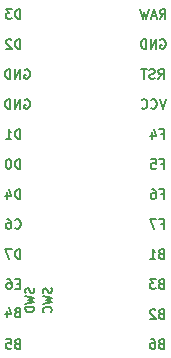
<source format=gbo>
%TF.GenerationSoftware,KiCad,Pcbnew,(5.1.9)-1*%
%TF.CreationDate,2021-01-02T15:49:45+08:00*%
%TF.ProjectId,akami,616b616d-692e-46b6-9963-61645f706362,rev?*%
%TF.SameCoordinates,Original*%
%TF.FileFunction,Legend,Bot*%
%TF.FilePolarity,Positive*%
%FSLAX46Y46*%
G04 Gerber Fmt 4.6, Leading zero omitted, Abs format (unit mm)*
G04 Created by KiCad (PCBNEW (5.1.9)-1) date 2021-01-02 15:49:45*
%MOMM*%
%LPD*%
G01*
G04 APERTURE LIST*
%ADD10C,0.130000*%
G04 APERTURE END LIST*
D10*
X-4376428Y-10482142D02*
X-4340714Y-10589285D01*
X-4340714Y-10767857D01*
X-4376428Y-10839285D01*
X-4412142Y-10875000D01*
X-4483571Y-10910714D01*
X-4555000Y-10910714D01*
X-4626428Y-10875000D01*
X-4662142Y-10839285D01*
X-4697857Y-10767857D01*
X-4733571Y-10625000D01*
X-4769285Y-10553571D01*
X-4805000Y-10517857D01*
X-4876428Y-10482142D01*
X-4947857Y-10482142D01*
X-5019285Y-10517857D01*
X-5055000Y-10553571D01*
X-5090714Y-10625000D01*
X-5090714Y-10803571D01*
X-5055000Y-10910714D01*
X-5090714Y-11160714D02*
X-4340714Y-11339285D01*
X-4876428Y-11482142D01*
X-4340714Y-11625000D01*
X-5090714Y-11803571D01*
X-4340714Y-12089285D02*
X-5090714Y-12089285D01*
X-5090714Y-12267857D01*
X-5055000Y-12375000D01*
X-4983571Y-12446428D01*
X-4912142Y-12482142D01*
X-4769285Y-12517857D01*
X-4662142Y-12517857D01*
X-4519285Y-12482142D01*
X-4447857Y-12446428D01*
X-4376428Y-12375000D01*
X-4340714Y-12267857D01*
X-4340714Y-12089285D01*
X-2866428Y-10482142D02*
X-2830714Y-10589285D01*
X-2830714Y-10767857D01*
X-2866428Y-10839285D01*
X-2902142Y-10875000D01*
X-2973571Y-10910714D01*
X-3045000Y-10910714D01*
X-3116428Y-10875000D01*
X-3152142Y-10839285D01*
X-3187857Y-10767857D01*
X-3223571Y-10625000D01*
X-3259285Y-10553571D01*
X-3295000Y-10517857D01*
X-3366428Y-10482142D01*
X-3437857Y-10482142D01*
X-3509285Y-10517857D01*
X-3545000Y-10553571D01*
X-3580714Y-10625000D01*
X-3580714Y-10803571D01*
X-3545000Y-10910714D01*
X-3580714Y-11160714D02*
X-2830714Y-11339285D01*
X-3366428Y-11482142D01*
X-2830714Y-11625000D01*
X-3580714Y-11803571D01*
X-2902142Y-12517857D02*
X-2866428Y-12482142D01*
X-2830714Y-12375000D01*
X-2830714Y-12303571D01*
X-2866428Y-12196428D01*
X-2937857Y-12125000D01*
X-3009285Y-12089285D01*
X-3152142Y-12053571D01*
X-3259285Y-12053571D01*
X-3402142Y-12089285D01*
X-3473571Y-12125000D01*
X-3545000Y-12196428D01*
X-3580714Y-12303571D01*
X-3580714Y-12375000D01*
X-3545000Y-12482142D01*
X-3509285Y-12517857D01*
%TO.C,U4*%
X-5140476Y5470000D02*
X-5064285Y5508095D01*
X-4950000Y5508095D01*
X-4835714Y5470000D01*
X-4759523Y5393809D01*
X-4721428Y5317619D01*
X-4683333Y5165238D01*
X-4683333Y5050952D01*
X-4721428Y4898571D01*
X-4759523Y4822380D01*
X-4835714Y4746190D01*
X-4950000Y4708095D01*
X-5026190Y4708095D01*
X-5140476Y4746190D01*
X-5178571Y4784285D01*
X-5178571Y5050952D01*
X-5026190Y5050952D01*
X-5521428Y4708095D02*
X-5521428Y5508095D01*
X-5978571Y4708095D01*
X-5978571Y5508095D01*
X-6359523Y4708095D02*
X-6359523Y5508095D01*
X-6550000Y5508095D01*
X-6664285Y5470000D01*
X-6740476Y5393809D01*
X-6778571Y5317619D01*
X-6816666Y5165238D01*
X-6816666Y5050952D01*
X-6778571Y4898571D01*
X-6740476Y4822380D01*
X-6664285Y4746190D01*
X-6550000Y4708095D01*
X-6359523Y4708095D01*
X-5140476Y8010000D02*
X-5064285Y8048095D01*
X-4950000Y8048095D01*
X-4835714Y8010000D01*
X-4759523Y7933809D01*
X-4721428Y7857619D01*
X-4683333Y7705238D01*
X-4683333Y7590952D01*
X-4721428Y7438571D01*
X-4759523Y7362380D01*
X-4835714Y7286190D01*
X-4950000Y7248095D01*
X-5026190Y7248095D01*
X-5140476Y7286190D01*
X-5178571Y7324285D01*
X-5178571Y7590952D01*
X-5026190Y7590952D01*
X-5521428Y7248095D02*
X-5521428Y8048095D01*
X-5978571Y7248095D01*
X-5978571Y8048095D01*
X-6359523Y7248095D02*
X-6359523Y8048095D01*
X-6550000Y8048095D01*
X-6664285Y8010000D01*
X-6740476Y7933809D01*
X-6778571Y7857619D01*
X-6816666Y7705238D01*
X-6816666Y7590952D01*
X-6778571Y7438571D01*
X-6740476Y7362380D01*
X-6664285Y7286190D01*
X-6550000Y7248095D01*
X-6359523Y7248095D01*
X6366666Y-2492857D02*
X6633333Y-2492857D01*
X6633333Y-2911904D02*
X6633333Y-2111904D01*
X6252380Y-2111904D01*
X5604761Y-2111904D02*
X5757142Y-2111904D01*
X5833333Y-2150000D01*
X5871428Y-2188095D01*
X5947619Y-2302380D01*
X5985714Y-2454761D01*
X5985714Y-2759523D01*
X5947619Y-2835714D01*
X5909523Y-2873809D01*
X5833333Y-2911904D01*
X5680952Y-2911904D01*
X5604761Y-2873809D01*
X5566666Y-2835714D01*
X5528571Y-2759523D01*
X5528571Y-2569047D01*
X5566666Y-2492857D01*
X5604761Y-2454761D01*
X5680952Y-2416666D01*
X5833333Y-2416666D01*
X5909523Y-2454761D01*
X5947619Y-2492857D01*
X5985714Y-2569047D01*
X6366666Y47142D02*
X6633333Y47142D01*
X6633333Y-371904D02*
X6633333Y428095D01*
X6252380Y428095D01*
X5566666Y428095D02*
X5947619Y428095D01*
X5985714Y47142D01*
X5947619Y85238D01*
X5871428Y123333D01*
X5680952Y123333D01*
X5604761Y85238D01*
X5566666Y47142D01*
X5528571Y-29047D01*
X5528571Y-219523D01*
X5566666Y-295714D01*
X5604761Y-333809D01*
X5680952Y-371904D01*
X5871428Y-371904D01*
X5947619Y-333809D01*
X5985714Y-295714D01*
X6188095Y7248095D02*
X6454761Y7629047D01*
X6645238Y7248095D02*
X6645238Y8048095D01*
X6340476Y8048095D01*
X6264285Y8010000D01*
X6226190Y7971904D01*
X6188095Y7895714D01*
X6188095Y7781428D01*
X6226190Y7705238D01*
X6264285Y7667142D01*
X6340476Y7629047D01*
X6645238Y7629047D01*
X5883333Y7286190D02*
X5769047Y7248095D01*
X5578571Y7248095D01*
X5502380Y7286190D01*
X5464285Y7324285D01*
X5426190Y7400476D01*
X5426190Y7476666D01*
X5464285Y7552857D01*
X5502380Y7590952D01*
X5578571Y7629047D01*
X5730952Y7667142D01*
X5807142Y7705238D01*
X5845238Y7743333D01*
X5883333Y7819523D01*
X5883333Y7895714D01*
X5845238Y7971904D01*
X5807142Y8010000D01*
X5730952Y8048095D01*
X5540476Y8048095D01*
X5426190Y8010000D01*
X5197619Y8048095D02*
X4740476Y8048095D01*
X4969047Y7248095D02*
X4969047Y8048095D01*
X6366666Y-5032857D02*
X6633333Y-5032857D01*
X6633333Y-5451904D02*
X6633333Y-4651904D01*
X6252380Y-4651904D01*
X6023809Y-4651904D02*
X5490476Y-4651904D01*
X5833333Y-5451904D01*
X6423809Y-15192857D02*
X6309523Y-15230952D01*
X6271428Y-15269047D01*
X6233333Y-15345238D01*
X6233333Y-15459523D01*
X6271428Y-15535714D01*
X6309523Y-15573809D01*
X6385714Y-15611904D01*
X6690476Y-15611904D01*
X6690476Y-14811904D01*
X6423809Y-14811904D01*
X6347619Y-14850000D01*
X6309523Y-14888095D01*
X6271428Y-14964285D01*
X6271428Y-15040476D01*
X6309523Y-15116666D01*
X6347619Y-15154761D01*
X6423809Y-15192857D01*
X6690476Y-15192857D01*
X5547619Y-14811904D02*
X5700000Y-14811904D01*
X5776190Y-14850000D01*
X5814285Y-14888095D01*
X5890476Y-15002380D01*
X5928571Y-15154761D01*
X5928571Y-15459523D01*
X5890476Y-15535714D01*
X5852380Y-15573809D01*
X5776190Y-15611904D01*
X5623809Y-15611904D01*
X5547619Y-15573809D01*
X5509523Y-15535714D01*
X5471428Y-15459523D01*
X5471428Y-15269047D01*
X5509523Y-15192857D01*
X5547619Y-15154761D01*
X5623809Y-15116666D01*
X5776190Y-15116666D01*
X5852380Y-15154761D01*
X5890476Y-15192857D01*
X5928571Y-15269047D01*
X6423809Y-7572857D02*
X6309523Y-7610952D01*
X6271428Y-7649047D01*
X6233333Y-7725238D01*
X6233333Y-7839523D01*
X6271428Y-7915714D01*
X6309523Y-7953809D01*
X6385714Y-7991904D01*
X6690476Y-7991904D01*
X6690476Y-7191904D01*
X6423809Y-7191904D01*
X6347619Y-7230000D01*
X6309523Y-7268095D01*
X6271428Y-7344285D01*
X6271428Y-7420476D01*
X6309523Y-7496666D01*
X6347619Y-7534761D01*
X6423809Y-7572857D01*
X6690476Y-7572857D01*
X5471428Y-7991904D02*
X5928571Y-7991904D01*
X5700000Y-7991904D02*
X5700000Y-7191904D01*
X5776190Y-7306190D01*
X5852380Y-7382380D01*
X5928571Y-7420476D01*
X6366666Y2587142D02*
X6633333Y2587142D01*
X6633333Y2168095D02*
X6633333Y2968095D01*
X6252380Y2968095D01*
X5604761Y2701428D02*
X5604761Y2168095D01*
X5795238Y3006190D02*
X5985714Y2434761D01*
X5490476Y2434761D01*
X6816666Y5508095D02*
X6550000Y4708095D01*
X6283333Y5508095D01*
X5559523Y4784285D02*
X5597619Y4746190D01*
X5711904Y4708095D01*
X5788095Y4708095D01*
X5902380Y4746190D01*
X5978571Y4822380D01*
X6016666Y4898571D01*
X6054761Y5050952D01*
X6054761Y5165238D01*
X6016666Y5317619D01*
X5978571Y5393809D01*
X5902380Y5470000D01*
X5788095Y5508095D01*
X5711904Y5508095D01*
X5597619Y5470000D01*
X5559523Y5431904D01*
X4759523Y4784285D02*
X4797619Y4746190D01*
X4911904Y4708095D01*
X4988095Y4708095D01*
X5102380Y4746190D01*
X5178571Y4822380D01*
X5216666Y4898571D01*
X5254761Y5050952D01*
X5254761Y5165238D01*
X5216666Y5317619D01*
X5178571Y5393809D01*
X5102380Y5470000D01*
X4988095Y5508095D01*
X4911904Y5508095D01*
X4797619Y5470000D01*
X4759523Y5431904D01*
X6423809Y-12652857D02*
X6309523Y-12690952D01*
X6271428Y-12729047D01*
X6233333Y-12805238D01*
X6233333Y-12919523D01*
X6271428Y-12995714D01*
X6309523Y-13033809D01*
X6385714Y-13071904D01*
X6690476Y-13071904D01*
X6690476Y-12271904D01*
X6423809Y-12271904D01*
X6347619Y-12310000D01*
X6309523Y-12348095D01*
X6271428Y-12424285D01*
X6271428Y-12500476D01*
X6309523Y-12576666D01*
X6347619Y-12614761D01*
X6423809Y-12652857D01*
X6690476Y-12652857D01*
X5928571Y-12348095D02*
X5890476Y-12310000D01*
X5814285Y-12271904D01*
X5623809Y-12271904D01*
X5547619Y-12310000D01*
X5509523Y-12348095D01*
X5471428Y-12424285D01*
X5471428Y-12500476D01*
X5509523Y-12614761D01*
X5966666Y-13071904D01*
X5471428Y-13071904D01*
X6423809Y-10112857D02*
X6309523Y-10150952D01*
X6271428Y-10189047D01*
X6233333Y-10265238D01*
X6233333Y-10379523D01*
X6271428Y-10455714D01*
X6309523Y-10493809D01*
X6385714Y-10531904D01*
X6690476Y-10531904D01*
X6690476Y-9731904D01*
X6423809Y-9731904D01*
X6347619Y-9770000D01*
X6309523Y-9808095D01*
X6271428Y-9884285D01*
X6271428Y-9960476D01*
X6309523Y-10036666D01*
X6347619Y-10074761D01*
X6423809Y-10112857D01*
X6690476Y-10112857D01*
X5966666Y-9731904D02*
X5471428Y-9731904D01*
X5738095Y-10036666D01*
X5623809Y-10036666D01*
X5547619Y-10074761D01*
X5509523Y-10112857D01*
X5471428Y-10189047D01*
X5471428Y-10379523D01*
X5509523Y-10455714D01*
X5547619Y-10493809D01*
X5623809Y-10531904D01*
X5852380Y-10531904D01*
X5928571Y-10493809D01*
X5966666Y-10455714D01*
X6302380Y12328095D02*
X6569047Y12709047D01*
X6759523Y12328095D02*
X6759523Y13128095D01*
X6454761Y13128095D01*
X6378571Y13090000D01*
X6340476Y13051904D01*
X6302380Y12975714D01*
X6302380Y12861428D01*
X6340476Y12785238D01*
X6378571Y12747142D01*
X6454761Y12709047D01*
X6759523Y12709047D01*
X5997619Y12556666D02*
X5616666Y12556666D01*
X6073809Y12328095D02*
X5807142Y13128095D01*
X5540476Y12328095D01*
X5350000Y13128095D02*
X5159523Y12328095D01*
X5007142Y12899523D01*
X4854761Y12328095D01*
X4664285Y13128095D01*
X-5776190Y-15192857D02*
X-5890476Y-15230952D01*
X-5928571Y-15269047D01*
X-5966666Y-15345238D01*
X-5966666Y-15459523D01*
X-5928571Y-15535714D01*
X-5890476Y-15573809D01*
X-5814285Y-15611904D01*
X-5509523Y-15611904D01*
X-5509523Y-14811904D01*
X-5776190Y-14811904D01*
X-5852380Y-14850000D01*
X-5890476Y-14888095D01*
X-5928571Y-14964285D01*
X-5928571Y-15040476D01*
X-5890476Y-15116666D01*
X-5852380Y-15154761D01*
X-5776190Y-15192857D01*
X-5509523Y-15192857D01*
X-6690476Y-14811904D02*
X-6309523Y-14811904D01*
X-6271428Y-15192857D01*
X-6309523Y-15154761D01*
X-6385714Y-15116666D01*
X-6576190Y-15116666D01*
X-6652380Y-15154761D01*
X-6690476Y-15192857D01*
X-6728571Y-15269047D01*
X-6728571Y-15459523D01*
X-6690476Y-15535714D01*
X-6652380Y-15573809D01*
X-6576190Y-15611904D01*
X-6385714Y-15611904D01*
X-6309523Y-15573809D01*
X-6271428Y-15535714D01*
X-5509523Y-7991904D02*
X-5509523Y-7191904D01*
X-5700000Y-7191904D01*
X-5814285Y-7230000D01*
X-5890476Y-7306190D01*
X-5928571Y-7382380D01*
X-5966666Y-7534761D01*
X-5966666Y-7649047D01*
X-5928571Y-7801428D01*
X-5890476Y-7877619D01*
X-5814285Y-7953809D01*
X-5700000Y-7991904D01*
X-5509523Y-7991904D01*
X-6233333Y-7191904D02*
X-6766666Y-7191904D01*
X-6423809Y-7991904D01*
X-5547619Y-10112857D02*
X-5814285Y-10112857D01*
X-5928571Y-10531904D02*
X-5547619Y-10531904D01*
X-5547619Y-9731904D01*
X-5928571Y-9731904D01*
X-6614285Y-9731904D02*
X-6461904Y-9731904D01*
X-6385714Y-9770000D01*
X-6347619Y-9808095D01*
X-6271428Y-9922380D01*
X-6233333Y-10074761D01*
X-6233333Y-10379523D01*
X-6271428Y-10455714D01*
X-6309523Y-10493809D01*
X-6385714Y-10531904D01*
X-6538095Y-10531904D01*
X-6614285Y-10493809D01*
X-6652380Y-10455714D01*
X-6690476Y-10379523D01*
X-6690476Y-10189047D01*
X-6652380Y-10112857D01*
X-6614285Y-10074761D01*
X-6538095Y-10036666D01*
X-6385714Y-10036666D01*
X-6309523Y-10074761D01*
X-6271428Y-10112857D01*
X-6233333Y-10189047D01*
X-5966666Y-5375714D02*
X-5928571Y-5413809D01*
X-5814285Y-5451904D01*
X-5738095Y-5451904D01*
X-5623809Y-5413809D01*
X-5547619Y-5337619D01*
X-5509523Y-5261428D01*
X-5471428Y-5109047D01*
X-5471428Y-4994761D01*
X-5509523Y-4842380D01*
X-5547619Y-4766190D01*
X-5623809Y-4690000D01*
X-5738095Y-4651904D01*
X-5814285Y-4651904D01*
X-5928571Y-4690000D01*
X-5966666Y-4728095D01*
X-6652380Y-4651904D02*
X-6500000Y-4651904D01*
X-6423809Y-4690000D01*
X-6385714Y-4728095D01*
X-6309523Y-4842380D01*
X-6271428Y-4994761D01*
X-6271428Y-5299523D01*
X-6309523Y-5375714D01*
X-6347619Y-5413809D01*
X-6423809Y-5451904D01*
X-6576190Y-5451904D01*
X-6652380Y-5413809D01*
X-6690476Y-5375714D01*
X-6728571Y-5299523D01*
X-6728571Y-5109047D01*
X-6690476Y-5032857D01*
X-6652380Y-4994761D01*
X-6576190Y-4956666D01*
X-6423809Y-4956666D01*
X-6347619Y-4994761D01*
X-6309523Y-5032857D01*
X-6271428Y-5109047D01*
X-5509523Y2168095D02*
X-5509523Y2968095D01*
X-5700000Y2968095D01*
X-5814285Y2930000D01*
X-5890476Y2853809D01*
X-5928571Y2777619D01*
X-5966666Y2625238D01*
X-5966666Y2510952D01*
X-5928571Y2358571D01*
X-5890476Y2282380D01*
X-5814285Y2206190D01*
X-5700000Y2168095D01*
X-5509523Y2168095D01*
X-6728571Y2168095D02*
X-6271428Y2168095D01*
X-6500000Y2168095D02*
X-6500000Y2968095D01*
X-6423809Y2853809D01*
X-6347619Y2777619D01*
X-6271428Y2739523D01*
X-5509523Y-2911904D02*
X-5509523Y-2111904D01*
X-5700000Y-2111904D01*
X-5814285Y-2150000D01*
X-5890476Y-2226190D01*
X-5928571Y-2302380D01*
X-5966666Y-2454761D01*
X-5966666Y-2569047D01*
X-5928571Y-2721428D01*
X-5890476Y-2797619D01*
X-5814285Y-2873809D01*
X-5700000Y-2911904D01*
X-5509523Y-2911904D01*
X-6652380Y-2378571D02*
X-6652380Y-2911904D01*
X-6461904Y-2073809D02*
X-6271428Y-2645238D01*
X-6766666Y-2645238D01*
X-5509523Y9788095D02*
X-5509523Y10588095D01*
X-5700000Y10588095D01*
X-5814285Y10550000D01*
X-5890476Y10473809D01*
X-5928571Y10397619D01*
X-5966666Y10245238D01*
X-5966666Y10130952D01*
X-5928571Y9978571D01*
X-5890476Y9902380D01*
X-5814285Y9826190D01*
X-5700000Y9788095D01*
X-5509523Y9788095D01*
X-6271428Y10511904D02*
X-6309523Y10550000D01*
X-6385714Y10588095D01*
X-6576190Y10588095D01*
X-6652380Y10550000D01*
X-6690476Y10511904D01*
X-6728571Y10435714D01*
X-6728571Y10359523D01*
X-6690476Y10245238D01*
X-6233333Y9788095D01*
X-6728571Y9788095D01*
X-5509523Y-371904D02*
X-5509523Y428095D01*
X-5700000Y428095D01*
X-5814285Y390000D01*
X-5890476Y313809D01*
X-5928571Y237619D01*
X-5966666Y85238D01*
X-5966666Y-29047D01*
X-5928571Y-181428D01*
X-5890476Y-257619D01*
X-5814285Y-333809D01*
X-5700000Y-371904D01*
X-5509523Y-371904D01*
X-6461904Y428095D02*
X-6538095Y428095D01*
X-6614285Y390000D01*
X-6652380Y351904D01*
X-6690476Y275714D01*
X-6728571Y123333D01*
X-6728571Y-67142D01*
X-6690476Y-219523D01*
X-6652380Y-295714D01*
X-6614285Y-333809D01*
X-6538095Y-371904D01*
X-6461904Y-371904D01*
X-6385714Y-333809D01*
X-6347619Y-295714D01*
X-6309523Y-219523D01*
X-6271428Y-67142D01*
X-6271428Y123333D01*
X-6309523Y275714D01*
X-6347619Y351904D01*
X-6385714Y390000D01*
X-6461904Y428095D01*
X-5776190Y-12525857D02*
X-5890476Y-12563952D01*
X-5928571Y-12602047D01*
X-5966666Y-12678238D01*
X-5966666Y-12792523D01*
X-5928571Y-12868714D01*
X-5890476Y-12906809D01*
X-5814285Y-12944904D01*
X-5509523Y-12944904D01*
X-5509523Y-12144904D01*
X-5776190Y-12144904D01*
X-5852380Y-12183000D01*
X-5890476Y-12221095D01*
X-5928571Y-12297285D01*
X-5928571Y-12373476D01*
X-5890476Y-12449666D01*
X-5852380Y-12487761D01*
X-5776190Y-12525857D01*
X-5509523Y-12525857D01*
X-6652380Y-12411571D02*
X-6652380Y-12944904D01*
X-6461904Y-12106809D02*
X-6271428Y-12678238D01*
X-6766666Y-12678238D01*
X-5509523Y12328095D02*
X-5509523Y13128095D01*
X-5700000Y13128095D01*
X-5814285Y13090000D01*
X-5890476Y13013809D01*
X-5928571Y12937619D01*
X-5966666Y12785238D01*
X-5966666Y12670952D01*
X-5928571Y12518571D01*
X-5890476Y12442380D01*
X-5814285Y12366190D01*
X-5700000Y12328095D01*
X-5509523Y12328095D01*
X-6233333Y13128095D02*
X-6728571Y13128095D01*
X-6461904Y12823333D01*
X-6576190Y12823333D01*
X-6652380Y12785238D01*
X-6690476Y12747142D01*
X-6728571Y12670952D01*
X-6728571Y12480476D01*
X-6690476Y12404285D01*
X-6652380Y12366190D01*
X-6576190Y12328095D01*
X-6347619Y12328095D01*
X-6271428Y12366190D01*
X-6233333Y12404285D01*
X6359523Y10550000D02*
X6435714Y10588095D01*
X6550000Y10588095D01*
X6664285Y10550000D01*
X6740476Y10473809D01*
X6778571Y10397619D01*
X6816666Y10245238D01*
X6816666Y10130952D01*
X6778571Y9978571D01*
X6740476Y9902380D01*
X6664285Y9826190D01*
X6550000Y9788095D01*
X6473809Y9788095D01*
X6359523Y9826190D01*
X6321428Y9864285D01*
X6321428Y10130952D01*
X6473809Y10130952D01*
X5978571Y9788095D02*
X5978571Y10588095D01*
X5521428Y9788095D01*
X5521428Y10588095D01*
X5140476Y9788095D02*
X5140476Y10588095D01*
X4950000Y10588095D01*
X4835714Y10550000D01*
X4759523Y10473809D01*
X4721428Y10397619D01*
X4683333Y10245238D01*
X4683333Y10130952D01*
X4721428Y9978571D01*
X4759523Y9902380D01*
X4835714Y9826190D01*
X4950000Y9788095D01*
X5140476Y9788095D01*
%TD*%
M02*

</source>
